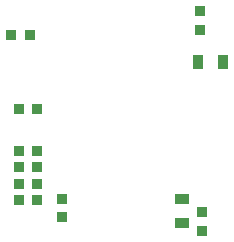
<source format=gbp>
%FSLAX25Y25*%
%MOIN*%
G70*
G01*
G75*
G04 Layer_Color=128*
%ADD10C,0.01000*%
%ADD11C,0.01200*%
%ADD12O,0.01181X0.06890*%
%ADD13O,0.06890X0.01181*%
%ADD14R,0.09449X0.07874*%
%ADD15R,0.03543X0.03740*%
%ADD16R,0.06000X0.18000*%
%ADD17R,0.18000X0.04000*%
%ADD18R,0.10000X0.08248*%
%ADD19R,0.06000X0.08000*%
%ADD20R,0.08000X0.06000*%
%ADD21R,0.06000X0.08500*%
%ADD22R,0.08500X0.06000*%
%ADD23R,0.18000X0.06000*%
%ADD24R,0.10000X0.08500*%
%ADD25R,0.07500X0.12000*%
%ADD26R,0.05906X0.05906*%
%ADD27R,0.05906X0.05906*%
%ADD28C,0.02400*%
%ADD29C,0.04500*%
%ADD30C,0.02000*%
%ADD31R,0.03740X0.03543*%
%ADD32R,0.05118X0.03543*%
%ADD33R,0.03543X0.05118*%
%ADD34R,0.04654X0.02962*%
%ADD35R,0.04962X0.04654*%
%ADD36R,0.18724X0.06000*%
%ADD37R,0.06000X0.18500*%
%ADD38C,0.02362*%
%ADD39C,0.00787*%
%ADD40O,0.01781X0.07490*%
%ADD41O,0.07490X0.01781*%
%ADD42R,0.10049X0.08474*%
%ADD43R,0.04143X0.04340*%
%ADD44R,0.06506X0.06506*%
%ADD45R,0.06506X0.06506*%
%ADD46C,0.03000*%
%ADD47C,0.05100*%
%ADD48R,0.04340X0.04143*%
%ADD49R,0.05718X0.04143*%
%ADD50R,0.04143X0.05718*%
D15*
X69276Y54949D02*
D03*
Y61051D02*
D03*
X115777Y50449D02*
D03*
Y56551D02*
D03*
X115277Y123551D02*
D03*
Y117449D02*
D03*
D31*
X52225Y115500D02*
D03*
X58328D02*
D03*
X54725Y91000D02*
D03*
X60828D02*
D03*
X54725Y77000D02*
D03*
X60828D02*
D03*
Y71500D02*
D03*
X54725D02*
D03*
X60828Y66000D02*
D03*
X54725D02*
D03*
X60828Y60500D02*
D03*
X54725D02*
D03*
D32*
X109276Y52866D02*
D03*
Y61134D02*
D03*
D33*
X122910Y106500D02*
D03*
X114643D02*
D03*
M02*

</source>
